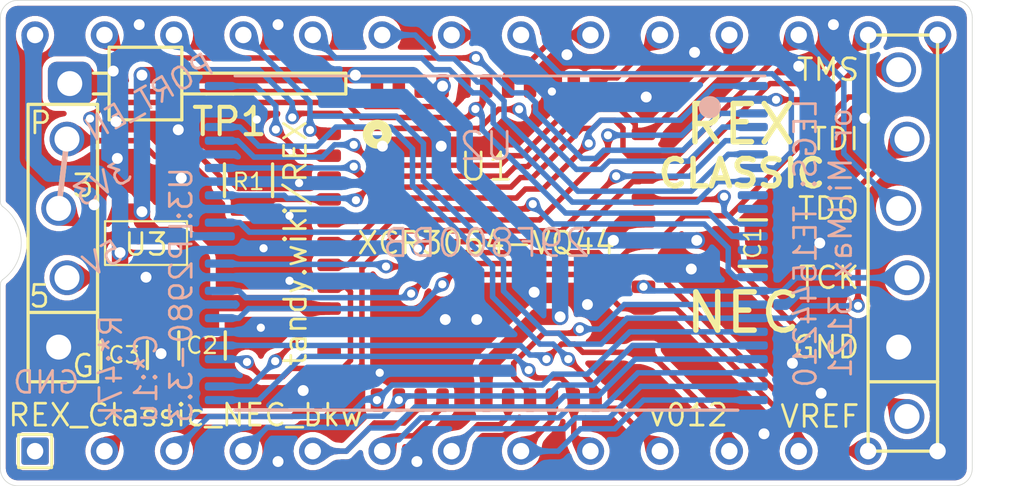
<source format=kicad_pcb>
(kicad_pcb (version 20240108) (generator "pcbnew") (generator_version "8.0")
  (title_block (title "REX_Classic_NEC_bkw") (date "2023-07-05") (rev "012") (company "Brian K. White - b.kenyon.w@gmail.com") (comment 1 "Based on REX NEC by Steve Adolph"))
  (layers (0 "F.Cu" signal "Top") (31 "B.Cu" signal "Bottom") (34 "B.Paste" user) (35 "F.Paste" user) (36 "B.SilkS" user "B.Silkscreen") (37 "F.SilkS" user "F.Silkscreen") (38 "B.Mask" user) (39 "F.Mask" user) (44 "Edge.Cuts" user))
  (net 0 "")
  (net 1 "GND")
  (net 2 "+3V3")
  (net 3 "/PORT_EN")
  (net 4 "/TP1")
  (net 6 "/A12")
  (net 7 "/A7")
  (net 8 "/A6")
  (net 9 "/A5")
  (net 10 "/A4")
  (net 11 "+5V")
  (net 12 "/A3")
  (net 13 "/A2")
  (net 14 "/A1")
  (net 15 "/A0")
  (net 16 "/D0")
  (net 17 "/D1")
  (net 18 "/D2")
  (net 19 "/D3")
  (net 20 "/D4")
  (net 21 "/D5{slash}TDO")
  (net 22 "/D6")
  (net 23 "/D7")
  (net 24 "/~{BUS_CS}")
  (net 25 "/A10")
  (net 26 "/~{BUS_OE}")
  (net 27 "/A11")
  (net 28 "/A9")
  (net 29 "/A8{slash}TDI")
  (net 30 "/A13")
  (net 31 "/A14")
  (net 32 "/A19{slash}TCK")
  (net 33 "/A15{slash}TMS")
  (net 34 "/A17")
  (net 36 "/A16")
  (net 37 "/RY{slash}~{BY}")
  (net 38 "/~{OE}")
  (net 39 "/~{CE}")
  (net 41 "/A18")
  (net 42 "/~{WE}")
  (footprint "000_LOCAL:C_0805" (layer "F.Cu") (at 156.968 99.187)
    (property "Reference" "C1")
    (property "Value" "1u")
  )
  (footprint "000_LOCAL:DIP-28_600_pcb_shallow_notch" (layer "F.Cu") (at 147.218 99.187 90)
    (property "Reference" "J1" (hide yes))
    (property "Value" "DIP28 legs 27C256")
    (fp_line (start 1.524 -17.78) (end 8.255 -17.78) (stroke (width 0.0254)) (layer "Edge.Cuts"))
    (fp_line (start -8.255 -17.78) (end -1.524 -17.78) (stroke (width 0.0254)) (layer "Edge.Cuts"))
    (fp_line (start 8.89 -17.145) (end 8.89 17.145) (stroke (width 0.0254)) (layer "Edge.Cuts"))
    (fp_line (start -8.89 17.145) (end -8.89 -17.145) (stroke (width 0.0254)) (layer "Edge.Cuts"))
    (fp_line (start 8.255 17.78) (end -8.255 17.78) (stroke (width 0.0254)) (layer "Edge.Cuts"))
    (fp_arc (start 8.255 -17.78) (mid 8.704013 -17.594013) (end 8.89 -17.145) (stroke (width 0.0254)) (layer "Edge.Cuts"))
    (fp_arc (start -1.524 -17.78) (mid -1.426799 -17.760665) (end -1.344395 -17.705605) (stroke (width 0.0254)) (layer "Edge.Cuts"))
    (fp_arc (start 1.344395 -17.705605) (mid 1.426798 -17.760665) (end 1.524 -17.78) (stroke (width 0.0254)) (layer "Edge.Cuts"))
    (fp_arc (start 1.344395 -17.705605) (mid 0 -17.015057) (end -1.344395 -17.705605) (stroke (width 0.0254)) (layer "Edge.Cuts"))
    (fp_arc (start -8.89 -17.145) (mid -8.704013 -17.594013) (end -8.255 -17.78) (stroke (width 0.0254)) (layer "Edge.Cuts"))
    (fp_arc (start 8.89 17.145) (mid 8.704013 17.594013) (end 8.255 17.78) (stroke (width 0.0254)) (layer "Edge.Cuts"))
    (fp_arc (start -8.255 17.78) (mid -8.704013 17.594013) (end -8.89 17.145) (stroke (width 0.0254)) (layer "Edge.Cuts"))
  )
  (footprint "000_LOCAL:1x6_pcb_socket" (layer "F.Cu") (at 162.458 99.187 90)
    (property "Reference" "J2")
    (property "Value" "JTAG" (hide yes))
  )
  (footprint "000_LOCAL:R_0805" (layer "F.Cu") (at 138.518 96.887 -90)
    (property "Reference" "R1")
    (property "Value" "47k")
  )
  (footprint "000_LOCAL:VQFP44" (layer "F.Cu") (at 147.218 99.187)
    (property "Reference" "U1")
    (property "Value" "XCR3064-VQ44" (hide yes))
  )
  (footprint "000_LOCAL:SOT-23-5" (layer "F.Cu") (at 134.768 99.187 90)
    (property "Reference" "U3")
    (property "Value" "LP2980-3.3" (hide yes))
  )
  (footprint "000_LOCAL:1x1_pin_h" (layer "F.Cu") (at 131.978 93.345)
    (property "Reference" "TP1")
    (property "Value" "PINHD-1X1")
  )
  (footprint "000_LOCAL:1x4_pcb_socket" (layer "F.Cu") (at 131.724 99.187 90)
    (property "Reference" "J3" (hide yes))
    (property "Value" "PRG")
  )
  (footprint "000_LOCAL:C_0805" (layer "F.Cu") (at 133.968 103.287 -90)
    (property "Reference" "C3")
    (property "Value" "1u")
  )
  (footprint "000_LOCAL:C_0805" (layer "F.Cu") (at 136.818 102.937 -90)
    (property "Reference" "C2")
    (property "Value" "1u")
  )
  (footprint "000_LOCAL:TSOP-48" (layer "B.Cu") (at 147.218 99.187 180)
    (property "Reference" "U2")
    (property "Value" "29F800BB")
  )
  (gr_line (start 131.5716 97.917) (end 131.8764 95.377) (stroke (width 0.2)) (layer "B.SilkS"))
  (gr_rect (start 130.0984 106.1974) (end 131.3176 107.4166) (stroke (width 0.1)) (fill none) (layer "F.SilkS"))
  (gr_line (start 131.5716 97.917) (end 131.8764 95.377) (stroke (width 0.2)) (layer "F.SilkS"))
  (gr_text "R*:${00000000-0000-0000-0000-00005e77bb7a:VALUE}\nC*:${00000000-0000-0000-0000-00005e77bb27:VALUE}\nU3:${00000000-0000-0000-0000-00005e77bc2d:VALUE}" (at 134.768 105.837 90) (layer "B.SilkS") (effects (font (size 0.8 0.8) (thickness 0.1)) (justify right mirror)))
  (gr_text "LEGS: TE1544210\nor MillMax 3121" (at 159.537 99.187 90) (layer "B.SilkS") (effects (font (size 0.8 0.8) (thickness 0.1)) (justify mirror)))
  (gr_text "5V" (at 132.518 100.137 30) (layer "B.SilkS") (effects (font (size 0.8 0.8) (thickness 0.1)) (justify right mirror)))
  (gr_text "3V3" (at 132.168 97.587 30) (layer "B.SilkS") (effects (font (size 0.8 0.8) (thickness 0.1)) (justify right mirror)))
  (gr_text "GND" (at 131.118 104.287 0) (layer "B.SilkS") (effects (font (size 0.8 0.8) (thickness 0.1)) (justify mirror)))
  (gr_text "PORT_EN" (at 132.568 95.187 30) (layer "B.SilkS") (effects (font (size 0.8 0.8) (thickness 0.1)) (justify right mirror)))
  (gr_text "5" (at 130.868 101.137 0) (layer "F.SilkS") (effects (font (size 0.8 0.8) (thickness 0.1))))
  (gr_text "TCK" (at 160.934 100.457 0) (layer "F.SilkS") (effects (font (size 0.8 0.8) (thickness 0.1)) (justify right)))
  (gr_text "TDO" (at 160.934 97.917 0) (layer "F.SilkS") (effects (font (size 0.8 0.8) (thickness 0.1)) (justify right)))
  (gr_text "GND" (at 160.934 102.997 0) (layer "F.SilkS") (effects (font (size 0.8 0.8) (thickness 0.1)) (justify right)))
  (gr_text "VREF" (at 160.934 105.537 0) (layer "F.SilkS") (effects (font (size 0.8 0.8) (thickness 0.1)) (justify right)))
  (gr_text "TMS" (at 160.934 92.837 0) (layer "F.SilkS") (effects (font (size 0.8 0.8) (thickness 0.1)) (justify right)))
  (gr_text "TDI" (at 160.934 95.377 0) (layer "F.SilkS") (effects (font (size 0.8 0.8) (thickness 0.1)) (justify right)))
  (gr_text "REX" (at 156.518 94.837 0) (layer "F.SilkS") (effects (font (size 1.4 1.4) (thickness 0.2) (bold yes))))
  (gr_text "P" (at 130.9112 94.787 0) (layer "F.SilkS") (effects (font (size 0.8 0.8) (thickness 0.1))))
  (gr_text "${TITLE}" (at 136.2198 105.487 0) (layer "F.SilkS") (effects (font (size 0.8 0.8) (thickness 0.1))))
  (gr_text "G" (at 132.468 103.687 0) (layer "F.SilkS") (effects (font (size 0.8 0.8) (thickness 0.1))))
  (gr_text "tandy.wiki/REX" (at 140.233 99.187 90) (layer "F.SilkS") (effects (font (size 0.8 0.8) (thickness 0.1))))
  (gr_text "3" (at 132.468 97.087 0) (layer "F.SilkS") (effects (font (size 0.8 0.8) (thickness 0.1))))
  (gr_text "v${REVISION}" (at 154.618 105.487 0) (layer "F.SilkS") (effects (font (size 0.8 0.8) (thickness 0.1))))
  (gr_text "CLASSIC" (at 156.568 96.637 0) (layer "F.SilkS") (effects (font (size 1 1) (thickness 0.2) (bold yes))))
  (gr_text "NEC" (at 156.618 101.737 0) (layer "F.SilkS") (effects (font (size 1.4 1.4) (thickness 0.2) (bold yes))))
  (via (at 157.378 106.172) (size 0.6) (drill 0.4) (layers "F.Cu" "B.Cu") (net 1))
  (via (at 158.418 103.587) (size 0.6) (drill 0.4) (layers "F.Cu" "B.Cu") (net 1))
  (via (at 132.868 97.787) (size 0.6) (drill 0.4) (layers "F.Cu" "B.Cu") (net 1))
  (via (at 133.668 94.737) (size 0.6) (drill 0.4) (layers "F.Cu" "B.Cu") (net 1))
  (via (at 148.968 100.987) (size 0.6) (drill 0.4) (layers "F.Cu" "B.Cu") (net 1))
  (via (at 139.598 107.188) (size 0.6) (drill 0.4) (layers "F.Cu" "B.Cu") (net 1))
  (via (at 159.418 99.187) (size 0.6) (drill 0.4) (layers "F.Cu" "B.Cu") (net 1))
  (via (at 159.918 91.186) (size 0.6) (drill 0.4) (layers "F.Cu" "B.Cu") (net 1))
  (via (at 143.418 95.637) (size 0.6) (drill 0.4) (layers "F.Cu" "B.Cu") (net 1))
  (via (at 138.968 102.287) (size 0.5) (drill 0.3) (layers "F.Cu" "B.Cu") (net 1))
  (via (at 135.318 103.237) (size 0.6) (drill 0.4) (layers "F.Cu" "B.Cu") (net 1))
  (via (at 144.678 107.188) (size 0.6) (drill 0.4) (layers "F.Cu" "B.Cu") (net 1))
  (via (at 161.061 94.615) (size 0.6) (drill 0.4) (layers "F.Cu" "B.Cu") (net 1))
  (via (at 133.568 92.887) (size 0.6) (drill 0.4) (layers "F.Cu" "B.Cu") (net 1))
  (via (at 134.768 100.437) (size 0.6) (drill 0.4) (layers "F.Cu" "B.Cu") (net 1))
  (via (at 139.598 91.186) (size 0.6) (drill 0.4) (layers "F.Cu" "B.Cu") (net 1))
  (via (at 158.648 92.71) (size 0.6) (drill 0.4) (layers "F.Cu" "B.Cu") (net 1))
  (via (at 133.718 96.087) (size 0.6) (drill 0.4) (layers "F.Cu" "B.Cu") (net 1))
  (via (at 135.948 95.037) (size 0.6) (drill 0.4) (layers "F.Cu" "B.Cu") (net 1))
  (via (at 143.318 103.937) (size 0.5) (drill 0.3) (layers "F.Cu" "B.Cu") (net 1))
  (via (at 138.818 94.662) (size 0.5) (drill 0.3) (layers "F.Cu" "B.Cu") (net 1))
  (via (at 134.518 91.186) (size 0.6) (drill 0.4) (layers "F.Cu" "B.Cu") (net 1))
  (via (at 146.868 101.987) (size 0.6) (drill 0.4) (layers "F.Cu" "B.Cu") (net 1))
  (via (at 140.518 104.587) (size 0.6) (drill 0.4) (layers "F.Cu" "B.Cu") (net 1))
  (via (at 150.168 92.287) (size 0.6) (drill 0.4) (layers "F.Cu" "B.Cu") (net 1))
  (via (at 150.918 101.437) (size 0.6) (drill 0.4) (layers "F.Cu" "B.Cu") (net 1))
  (via (at 149.618 93.637) (size 0.5) (drill 0.3) (layers "F.Cu" "B.Cu") (net 1))
  (via (at 140.018 98.187) (size 0.5) (drill 0.3) (layers "F.Cu" "B.Cu") (net 1))
  (via (at 154.838 92.202) (size 0.6) (drill 0.4) (layers "F.Cu" "B.Cu") (net 1))
  (via (at 139.068 99.377) (size 0.5) (drill 0.3) (layers "F.Cu" "B.Cu") (net 1))
  (via (at 145.568 95.637) (size 0.6) (drill 0.4) (layers "F.Cu" "B.Cu") (net 1))
  (via (at 140.368 96.987) (size 0.5) (drill 0.3) (layers "F.Cu" "B.Cu") (net 1))
  (via (at 145.718 101.987) (size 0.6) (drill 0.4) (layers "F.Cu" "B.Cu") (net 1))
  (via (at 140.018 100.567) (size 0.5) (drill 0.3) (layers "F.Cu" "B.Cu") (net 1))
  (via (at 153.068 93.837) (size 0.6) (drill 0.4) (layers "F.Cu" "B.Cu") (net 1))
  (via (at 159.468 104.687) (size 0.6) (drill 0.4) (layers "F.Cu" "B.Cu") (net 1))
  (via (at 154.718 100.137) (size 0.6) (drill 0.4) (layers "F.Cu" "B.Cu") (net 1))
  (via (at 136.058 96.807) (size 0.6) (drill 0.4) (layers "F.Cu" "B.Cu") (net 1))
  (segment (start 134.618 93.037) (end 142.428 93.037) (width 0.6) (layer "F.Cu") (net 2))
  (segment (start 156.368 100.087) (end 161.178 104.897) (width 0.2) (layer "F.Cu") (net 2))
  (segment (start 151.868 98.8292) (end 152.3102 98.387) (width 0.6) (layer "F.Cu") (net 2))
  (segment (start 134.618 98.037) (end 134.618 98.387) (width 0.6) (layer "F.Cu") (net 2))
  (segment (start 155.968 99.187) (end 155.868 99.087) (width 0.6) (layer "F.Cu") (net 2))
  (segment (start 147.218 104.937) (end 147.218 103.737) (width 0.4572) (layer "F.Cu") (net 2))
  (segment (start 149.068 101.887) (end 147.218 103.737) (width 0.6) (layer "F.Cu") (net 2))
  (segment (start 135.918 98.887) (end 136.818 99.787) (width 0.6) (layer "F.Cu") (net 2))
  (segment (start 141.468 101.587) (end 140.718 101.587) (width 0.4572) (layer "F.Cu") (net 2))
  (segment (start 161.9704 104.897) (end 162.6104 105.537) (width 0.2) (layer "F.Cu") (net 2))
  (segment (start 133.368 98.487) (end 133.822 98.033) (width 0.2) (layer "F.Cu") (net 2))
  (segment (start 133.922 98.037) (end 134.618 98.037) (width 0.6) (layer "F.Cu") (net 2))
  (segment (start 149.918 101.887) (end 149.068 101.887) (width 0.6) (layer "F.Cu") (net 2))
  (segment (start 131.5716 97.917) (end 132.1416 98.487) (width 0.2) (layer "F.Cu") (net 2))
  (segment (start 155.868 99.087) (end 154.918 99.087) (width 0.6) (layer "F.Cu") (net 2))
  (segment (start 152.968 98.387) (end 152.3102 98.387) (width 0.4572) (layer "F.Cu") (net 2))
  (segment (start 133.822 98.033) (end 133.822 97.937) (width 0.2) (layer "F.Cu") (net 2))
  (segment (start 134.618 98.387) (end 135.118 98.887) (width 0.6) (layer "F.Cu") (net 2))
  (segment (start 132.1416 98.487) (end 133.368 98.487) (width 0.2) (layer "F.Cu") (net 2))
  (segment (start 136.818 101.387) (end 140.518 101.387) (width 0.6) (layer "F.Cu") (net 2))
  (segment (start 155.968 99.187) (end 156.368 99.587) (width 0.2) (layer "F.Cu") (net 2))
  (segment (start 161.178 104.897) (end 161.9704 104.897) (width 0.2) (layer "F.Cu") (net 2))
  (segment (start 136.818 101.937) (end 136.818 101.387) (width 0.6) (layer "F.Cu") (net 2))
  (segment (start 135.118 98.887) (end 135.918 98.887) (width 0.6) (layer "F.Cu") (net 2))
  (segment (start 133.822 97.937) (end 133.922 98.037) (width 0.6) (layer "F.Cu") (net 2))
  (segment (start 151.868 99.087) (end 151.868 98.8292) (width 0.6) (layer "F.Cu") (net 2))
  (segment (start 136.818 99.787) (end 136.818 101.937) (width 0.6) (layer "F.Cu") (net 2))
  (segment (start 140.518 101.387) (end 140.718 101.587) (width 0.6) (layer "F.Cu") (net 2))
  (segment (start 156.368 99.587) (end 156.368 100.087) (width 0.2) (layer "F.Cu") (net 2))
  (via (at 142.428 93.037) (size 0.6) (drill 0.4) (layers "F.Cu" "B.Cu") (net 2))
  (via (at 134.618 93.037) (size 0.6) (drill 0.4) (layers "F.Cu" "B.Cu") (net 2))
  (via (at 134.618 98.037) (size 0.6) (drill 0.4) (layers "F.Cu" "B.Cu") (net 2))
  (via (at 154.918 99.087) (size 0.6) (drill 0.4) (layers "F.Cu" "B.Cu") (net 2))
  (via (at 151.868 99.087) (size 0.6) (drill 0.4) (layers "F.Cu" "B.Cu") (net 2))
  (via (at 149.918 101.887) (size 0.6) (drill 0.4) (layers "F.Cu" "B.Cu") (net 2))
  (via (at 145.618 93.437) (size 0.6) (drill 0.4) (layers "F.Cu" "B.Cu") (net 2))
  (segment (start 146.428 94.947) (end 145.268 93.787) (width 0.6) (layer "B.Cu") (net 2))
  (segment (start 154.918 99.087) (end 149.168 99.087) (width 0.6) (layer "B.Cu") (net 2))
  (segment (start 149.168 99.087) (end 146.428 96.347) (width 0.6) (layer "B.Cu") (net 2))
  (segment (start 149.918 99.087) (end 149.918 101.887) (width 0.6) (layer "B.Cu") (net 2))
  (segment (start 146.428 96.347) (end 146.428 94.947) (width 0.6) (layer "B.Cu") (net 2))
  (segment (start 134.618 98.037) (end 134.618 93.037) (width 0.6) (layer "B.Cu") (net 2))
  (segment (start 145.268 93.787) (end 145.618 93.437) (width 0.6) (layer "B.Cu") (net 2))
  (segment (start 144.518 93.037) (end 145.268 93.787) (width 0.6) (layer "B.Cu") (net 2))
  (segment (start 142.428 93.037) (end 144.518 93.037) (width 0.6) (layer "B.Cu") (net 2))
  (segment (start 138.268 97.587) (end 138.518 97.837) (width 0.2) (layer "F.Cu") (net 3))
  (segment (start 137.468 96.737) (end 137.468 97.087) (width 0.2) (layer "F.Cu") (net 3))
  (segment (start 137.468 97.087) (end 137.968 97.587) (width 0.2) (layer "F.Cu") (net 3))
  (segment (start 136.743 96.012) (end 137.468 96.737) (width 0.2) (layer "F.Cu") (net 3))
  (segment (start 135.103 96.012) (end 136.743 96.012) (width 0.2) (layer "F.Cu") (net 3))
  (segment (start 134.528 95.437) (end 135.103 96.012) (width 0.2) (layer "F.Cu") (net 3))
  (segment (start 131.9364 95.437) (end 134.528 95.437) (width 0.2) (layer "F.Cu") (net 3))
  (segment (start 137.968 97.587) (end 138.268 97.587) (width 0.2) (layer "F.Cu") (net 3))
  (segment (start 138.768 97.587) (end 141.468 97.587) (width 0.2) (layer "F.Cu") (net 3))
  (segment (start 138.518 97.837) (end 138.768 97.587) (width 0.2) (layer "F.Cu") (net 3))
  (segment (start 131.8764 95.377) (end 131.9364 95.437) (width 0.2) (layer "F.Cu") (net 3))
  (segment (start 146.3036 93.9038) (end 146.0204 94.187) (width 0.2) (layer "F.Cu") (net 4))
  (segment (start 146.3036 93.5514) (end 146.3036 93.9038) (width 0.2) (layer "F.Cu") (net 4))
  (segment (start 142.818 94.187) (end 142.268 93.637) (width 0.2) (layer "F.Cu") (net 4))
  (segment (start 142.268 93.637) (end 132.27 93.637) (width 0.2) (layer "F.Cu") (net 4))
  (segment (start 132.27 93.637) (end 131.978 93.345) (width 0.2) (layer "F.Cu") (net 4))
  (segment (start 146.0204 94.187) (end 142.818 94.187) (width 0.2) (layer "F.Cu") (net 4))
  (segment (start 146.418 93.437) (end 146.3036 93.5514) (width 0.2) (layer "F.Cu") (net 4))
  (segment (start 140.268 105.387) (end 140.118 105.537) (width 0.2) (layer "F.Cu") (net 6))
  (segment (start 144.038 98.737) (end 142.668 100.107) (width 0.2) (layer "F.Cu") (net 6))
  (segment (start 142.668 100.107) (end 142.668 103.637) (width 0.2) (layer "F.Cu") (net 6))
  (segment (start 151.968 96.737) (end 149.968 98.737) (width 0.2) (layer "F.Cu") (net 6))
  (segment (start 140.118 105.537) (end 134.518 105.537) (width 0.2) (layer "F.Cu") (net 6))
  (segment (start 149.968 98.737) (end 144.038 98.737) (width 0.2) (layer "F.Cu") (net 6))
  (segment (start 134.518 105.537) (end 133.248 106.807) (width 0.2) (layer "F.Cu") (net 6))
  (segment (start 142.668 103.637) (end 140.918 105.387) (width 0.2) (layer "F.Cu") (net 6))
  (segment (start 140.918 105.387) (end 140.268 105.387) (width 0.2) (layer "F.Cu") (net 6))
  (via (at 151.968 96.737) (size 0.5) (drill 0.3) (layers "F.Cu" "B.Cu") (net 6))
  (segment (start 154.668 96.737) (end 155.968 95.437) (width 0.2) (layer "B.Cu") (net 6))
  (segment (start 155.968 95.437) (end 156.968 95.437) (width 0.2) (layer "B.Cu") (net 6))
  (segment (start 151.968 96.737) (end 154.668 96.737) (width 0.2) (layer "B.Cu") (net 6))
  (via (at 143.218 104.937) (size 0.5) (drill 0.3) (layers "F.Cu" "B.Cu") (net 7))
  (segment (start 150.918 103.987) (end 152.468 102.437) (width 0.2) (layer "B.Cu") (net 7))
  (segment (start 142.168 105.537) (end 142.768 104.937) (width 0.2) (layer "B.Cu") (net 7))
  (segment (start 135.788 106.807) (end 137.058 105.537) (width 0.2) (layer "B.Cu") (net 7))
  (segment (start 143.768 104.387) (end 149.268 104.387) (width 0.2) (layer "B.Cu") (net 7))
  (segment (start 142.768 104.937) (end 143.218 104.937) (width 0.2) (layer "B.Cu") (net 7))
  (segment (start 137.058 105.537) (end 142.168 105.537) (width 0.2) (layer "B.Cu") (net 7))
  (segment (start 149.268 104.387) (end 149.668 103.987) (width 0.2) (layer "B.Cu") (net 7))
  (segment (start 149.668 103.987) (end 150.918 103.987) (width 0.2) (layer "B.Cu") (net 7))
  (segment (start 152.468 102.437) (end 156.968 102.437) (width 0.2) (layer "B.Cu") (net 7))
  (segment (start 143.218 104.937) (end 143.768 104.387) (width 0.2) (layer "B.Cu") (net 7))
  (via (at 144.018 104.937) (size 0.5) (drill 0.3) (layers "F.Cu" "B.Cu") (net 8))
  (segment (start 144.168 104.787) (end 149.468 104.787) (width 0.2) (layer "B.Cu") (net 8))
  (segment (start 144.018 104.937) (end 143.428 105.527) (width 0.2) (layer "B.Cu") (net 8))
  (segment (start 149.468 104.787) (end 149.868 104.387) (width 0.2) (layer "B.Cu") (net 8))
  (segment (start 142.368 105.937) (end 139.198 105.937) (width 0.2) (layer "B.Cu") (net 8))
  (segment (start 152.568 102.937) (end 156.968 102.937) (width 0.2) (layer "B.Cu") (net 8))
  (segment (start 143.428 105.527) (end 142.778 105.527) (width 0.2) (layer "B.Cu") (net 8))
  (segment (start 142.778 105.527) (end 142.368 105.937) (width 0.2) (layer "B.Cu") (net 8))
  (segment (start 144.018 104.937) (end 144.168 104.787) (width 0.2) (layer "B.Cu") (net 8))
  (segment (start 149.868 104.387) (end 151.118 104.387) (width 0.2) (layer "B.Cu") (net 8))
  (segment (start 139.198 105.937) (end 138.328 106.807) (width 0.2) (layer "B.Cu") (net 8))
  (segment (start 151.118 104.387) (end 152.568 102.937) (width 0.2) (layer "B.Cu") (net 8))
  (segment (start 140.868 106.807) (end 142.098 106.807) (width 0.2) (layer "F.Cu") (net 9))
  (segment (start 144.2126 105.777) (end 144.818 105.1716) (width 0.2) (layer "F.Cu") (net 9))
  (segment (start 144.818 105.1716) (end 144.818 104.937) (width 0.2) (layer "F.Cu") (net 9))
  (segment (start 143.128 105.777) (end 144.2126 105.777) (width 0.2) (layer "F.Cu") (net 9))
  (segment (start 142.098 106.807) (end 143.128 105.777) (width 0.2) (layer "F.Cu") (net 9))
  (segment (start 152.668 103.437) (end 156.968 103.437) (width 0.2) (layer "B.Cu") (net 9))
  (segment (start 140.868 106.807) (end 142.098 106.807) (width 0.2) (layer "B.Cu") (net 9))
  (segment (start 149.668 105.187) (end 150.068 104.787) (width 0.2) (layer "B.Cu") (net 9))
  (segment (start 150.068 104.787) (end 151.318 104.787) (width 0.2) (layer "B.Cu") (net 9))
  (segment (start 151.318 104.787) (end 152.668 103.437) (width 0.2) (layer "B.Cu") (net 9))
  (segment (start 144.618 105.187) (end 149.668 105.187) (width 0.2) (layer "B.Cu") (net 9))
  (segment (start 142.948 105.957) (end 143.848 105.957) (width 0.2) (layer "B.Cu") (net 9))
  (segment (start 142.098 106.807) (end 142.948 105.957) (width 0.2) (layer "B.Cu") (net 9))
  (segment (start 143.848 105.957) (end 144.618 105.187) (width 0.2) (layer "B.Cu") (net 9))
  (segment (start 144.558 106.247) (end 145.478 105.327) (width 0.2) (layer "F.Cu") (net 10))
  (segment (start 145.478 105.327) (end 145.478 105.077) (width 0.2) (layer "F.Cu") (net 10))
  (segment (start 143.968 106.247) (end 144.558 106.247) (width 0.2) (layer "F.Cu") (net 10))
  (segment (start 143.408 106.807) (end 143.968 106.247) (width 0.2) (layer "F.Cu") (net 10))
  (segment (start 145.478 105.077) (end 145.618 104.937) (width 0.2) (layer "F.Cu") (net 10))
  (segment (start 149.868 105.587) (end 150.268 105.187) (width 0.2) (layer "B.Cu") (net 10))
  (segment (start 150.268 105.187) (end 151.518 105.187) (width 0.2) (layer "B.Cu") (net 10))
  (segment (start 144.018 106.387) (end 144.818 105.587) (width 0.2) (layer "B.Cu") (net 10))
  (segment (start 152.768 103.937) (end 156.968 103.937) (width 0.2) (layer "B.Cu") (net 10))
  (segment (start 151.518 105.187) (end 152.768 103.937) (width 0.2) (layer "B.Cu") (net 10))
  (segment (start 144.818 105.587) (end 149.868 105.587) (width 0.2) (layer "B.Cu") (net 10))
  (segment (start 143.828 106.387) (end 144.018 106.387) (width 0.2) (layer "B.Cu") (net 10))
  (segment (start 143.408 106.807) (end 143.828 106.387) (width 0.2) (layer "B.Cu") (net 10))
  (segment (start 146.818 94.277) (end 146.508 94.587) (width 0.2) (layer "F.Cu") (net 11))
  (segment (start 147.118 93.977) (end 147.118 93.537) (width 0.2) (layer "F.Cu") (net 11))
  (segment (start 147.118 93.537) (end 147.218 93.437) (width 0.2) (layer "F.Cu") (net 11))
  (segment (start 135.418 99.537) (end 135.718 99.837) (width 0.2) (layer "F.Cu") (net 11))
  (segment (start 146.818 94.277) (end 147.118 93.977) (width 0.2) (layer "F.Cu") (net 11))
  (segment (start 133.818 102.137) (end 133.968 102.287) (width 0.6) (layer "F.Cu") (net 11))
  (segment (start 142.08725 94.037) (end 133.308 94.037) (width 0.2) (layer "F.Cu") (net 11))
  (segment (start 133.818 99.537) (end 135.418 99.537) (width 0.2) (layer "F.Cu") (net 11))
  (segment (start 133.802 100.457) (end 131.8764 100.457) (width 0.2) (layer "F.Cu") (net 11))
  (segment (start 142.63725 94.587) (end 142.08725 94.037) (width 0.2) (layer "F.Cu") (net 11))
  (segment (start 146.508 94.587) (end 142.63725 94.587) (width 0.2) (layer "F.Cu") (net 11))
  (segment (start 133.818 100.437) (end 133.818 102.137) (width 0.6) (layer "F.Cu") (net 11))
  (segment (start 133.818 99.537) (end 133.818 100.437) (width 0.6) (layer "F.Cu") (net 11))
  (segment (start 135.718 99.837) (end 135.718 100.437) (width 0.2) (layer "F.Cu") (net 11))
  (segment (start 133.308 94.037) (end 132.718 94.627) (width 0.2) (layer "F.Cu") (net 11))
  (via (at 146.818 94.277) (size 0.5) (drill 0.3) (layers "F.Cu" "B.Cu") (net 11))
  (via (at 133.818 99.537) (size 0.6) (drill 0.4) (layers "F.Cu" "B.Cu") (net 11))
  (via (at 132.718 94.627) (size 0.5) (drill 0.3) (layers "F.Cu" "B.Cu") (net 11))
  (segment (start 147.068 94.527) (end 147.068 95.037) (width 0.2) (layer "B.Cu") (net 11))
  (segment (start 133.818 97.437) (end 133.0276 96.6466) (width 0.6) (layer "B.Cu") (net 11))
  (segment (start 155.368 98.087) (end 156.218 98.937) (width 0.2) (layer "B.Cu") (net 11))
  (segment (start 130.648 96.057) (end 130.648 91.627) (width 0.6) (layer "B.Cu") (net 11))
  (segment (start 132.718 94.627) (end 132.828 94.737) (width 0.2) (layer "B.Cu") (net 11))
  (segment (start 132.828 94.737) (end 132.828 96.647) (width 0.2) (layer "B.Cu") (net 11))
  (segment (start 136.042 98.933) (end 133.818 98.933) (width 0.6) (layer "B.Cu") (net 11))
  (segment (start 136.042 98.933) (end 136.046 98.937) (width 0.3) (layer "B.Cu") (net 11))
  (segment (start 133.818 99.537) (end 133.818 98.933) (width 0.6) (layer "B.Cu") (net 11))
  (segment (start 130.648 91.627) (end 130.708 91.567) (width 0.6) (layer "B.Cu") (net 11))
  (segment (start 147.068 95.037) (end 150.118 98.087) (width 0.2) (layer "B.Cu") (net 11))
  (segment (start 150.118 98.087) (end 155.368 98.087) (width 0.2) (layer "B.Cu") (net 11))
  (segment (start 131.2376 96.6466) (end 130.648 96.057) (width 0.6) (layer "B.Cu") (net 11))
  (segment (start 136.046 98.937) (end 137.468 98.937) (width 0.3) (layer "B.Cu") (net 11))
  (segment (start 133.818 98.933) (end 133.818 97.437) (width 0.6) (layer "B.Cu") (net 11))
  (segment (start 156.218 98.937) (end 156.968 98.937) (width 0.2) (layer "B.Cu") (net 11))
  (segment (start 133.0276 96.6466) (end 131.2376 96.6466) (width 0.6) (layer "B.Cu") (net 11))
  (segment (start 146.818 94.277) (end 147.068 94.527) (width 0.2) (layer "B.Cu") (net 11))
  (segment (start 148.018 105.537) (end 148.018 104.937) (width 0.2) (layer "F.Cu") (net 12))
  (segment (start 147.718 105.837) (end 148.018 105.537) (width 0.2) (layer "F.Cu") (net 12))
  (segment (start 146.918 105.837) (end 147.718 105.837) (width 0.2) (layer "F.Cu") (net 12))
  (segment (start 145.948 106.807) (end 146.918 105.837) (width 0.2) (layer "F.Cu") (net 12))
  (segment (start 150.068 105.987) (end 150.468 105.587) (width 0.2) (layer "B.Cu") (net 12))
  (segment (start 145.948 106.807) (end 146.768 105.987) (width 0.2) (layer "B.Cu") (net 12))
  (segment (start 150.468 105.587) (end 151.718 105.587) (width 0.2) (layer "B.Cu") (net 12))
  (segment (start 146.768 105.987) (end 150.068 105.987) (width 0.2) (layer "B.Cu") (net 12))
  (segment (start 151.718 105.587) (end 152.868 104.437) (width 0.2) (layer "B.Cu") (net 12))
  (segment (start 152.868 104.437) (end 156.968 104.437) (width 0.2) (layer "B.Cu") (net 12))
  (segment (start 149.618 105.677) (end 149.618 104.937) (width 0.2) (layer "F.Cu") (net 13))
  (segment (start 148.488 106.807) (end 149.618 105.677) (width 0.2) (layer "F.Cu") (net 13))
  (segment (start 152.968 104.937) (end 156.968 104.937) (width 0.2) (layer "B.Cu") (net 13))
  (segment (start 149.848 106.807) (end 150.668 105.987) (width 0.2) (layer "B.Cu") (net 13))
  (segment (start 148.488 106.807) (end 149.848 106.807) (width 0.2) (layer "B.Cu") (net 13))
  (segment (start 150.668 105.987) (end 151.918 105.987) (width 0.2) (layer "B.Cu") (net 13))
  (segment (start 151.918 105.987) (end 152.968 104.937) (width 0.2) (layer "B.Cu") (net 13))
  (segment (start 150.418 106.197) (end 150.418 104.937) (width 0.2) (layer "F.Cu") (net 14))
  (segment (start 150.278 104.447) (end 150.278 104.797) (width 0.2) (layer "F.Cu") (net 14))
  (segment (start 149.958 104.127) (end 150.278 104.447) (width 0.2) (layer "F.Cu") (net 14))
  (segment (start 150.278 104.797) (end 150.418 104.937) (width 0.2) (layer "F.Cu") (net 14))
  (segment (start 148.768 103.837) (end 149.058 104.127) (width 0.2) (layer "F.Cu") (net 14))
  (segment (start 151.028 106.807) (end 150.418 106.197) (width 0.2) (layer "F.Cu") (net 14))
  (segment (start 149.058 104.127) (end 149.958 104.127) (width 0.2) (layer "F.Cu") (net 14))
  (via (at 148.768 103.837) (size 0.5) (drill 0.3) (layers "F.Cu" "B.Cu") (net 14))
  (segment (start 148.268 103.337) (end 140.493 103.337) (width 0.2) (layer "B.Cu") (net 14))
  (segment (start 140.493 103.337) (end 138.893 104.937) (width 0.2) (layer "B.Cu") (net 14))
  (segment (start 148.768 103.837) (end 148.268 103.337) (width 0.2) (layer "B.Cu") (net 14))
  (segment (start 138.893 104.937) (end 137.468 104.937) (width 0.2) (layer "B.Cu") (net 14))
  (segment (start 151.078 104.297) (end 151.078 104.797) (width 0.2) (layer "F.Cu") (net 15))
  (segment (start 151.218 105.237) (end 151.218 104.937) (width 0.2) (layer "F.Cu") (net 15))
  (segment (start 151.078 104.797) (end 151.218 104.937) (width 0.2) (layer "F.Cu") (net 15))
  (segment (start 150.218 103.437) (end 151.078 104.297) (width 0.2) (layer "F.Cu") (net 15))
  (segment (start 151.998 105.237) (end 151.218 105.237) (width 0.2) (layer "F.Cu") (net 15))
  (segment (start 153.568 106.807) (end 151.998 105.237) (width 0.2) (layer "F.Cu") (net 15))
  (via (at 150.218 103.437) (size 0.5) (drill 0.3) (layers "F.Cu" "B.Cu") (net 15))
  (segment (start 141.718 94.937) (end 141.018 95.637) (width 0.2) (layer "B.Cu") (net 15))
  (segment (start 144.518 95.737) (end 143.718 94.937) (width 0.2) (layer "B.Cu") (net 15))
  (segment (start 138.198 94.937) (end 137.468 94.937) (width 0.2) (layer "B.Cu") (net 15))
  (segment (start 147.448 100.017) (end 144.518 97.087) (width 0.2) (layer "B.Cu") (net 15))
  (segment (start 138.898 95.637) (end 138.198 94.937) (width 0.2) (layer "B.Cu") (net 15))
  (segment (start 150.218 103.437) (end 149.668 102.887) (width 0.2) (layer "B.Cu") (net 15))
  (segment (start 149.178 102.887) (end 147.448 101.157) (width 0.2) (layer "B.Cu") (net 15))
  (segment (start 143.718 94.937) (end 141.718 94.937) (width 0.2) (layer "B.Cu") (net 15))
  (segment (start 149.668 102.887) (end 149.178 102.887) (width 0.2) (layer "B.Cu") (net 15))
  (segment (start 144.518 97.087) (end 144.518 95.737) (width 0.2) (layer "B.Cu") (net 15))
  (segment (start 147.448 101.157) (end 147.448 100.017) (width 0.2) (layer "B.Cu") (net 15))
  (segment (start 141.018 95.637) (end 138.898 95.637) (width 0.2) (layer "B.Cu") (net 15))
  (segment (start 156.108 106.807) (end 156.108 106.1208) (width 0.2) (layer "F.Cu") (net 16))
  (segment (start 149.968 102.887) (end 150.448 102.887) (width 0.2) (layer "F.Cu") (net 16))
  (segment (start 150.748 103.187) (end 152.968 103.187) (width 0.2) (layer "F.Cu") (net 16))
  (segment (start 156.108 106.1208) (end 153.1742 103.187) (width 0.2) (layer "F.Cu") (net 16))
  (segment (start 153.1742 103.187) (end 152.968 103.187) (width 0.2) (layer "F.Cu") (net 16))
  (segment (start 149.418 103.437) (end 149.968 102.887) (width 0.2) (layer "F.Cu") (net 16))
  (segment (start 150.448 102.887) (end 150.748 103.187) (width 0.2) (layer "F.Cu") (net 16))
  (via (at 149.418 103.437) (size 0.5) (drill 0.3) (layers "F.Cu" "B.Cu") (net 16))
  (segment (start 149.418 103.437) (end 149.268 103.287) (width 0.2) (layer "B.Cu") (net 16))
  (segment (start 148.818 103.287) (end 148.468 102.937) (width 0.2) (layer "B.Cu") (net 16))
  (segment (start 148.468 102.937) (end 137.468 102.937) (width 0.2) (layer "B.Cu") (net 16))
  (segment (start 149.268 103.287) (end 148.818 103.287) (width 0.2) (layer "B.Cu") (net 16))
  (segment (start 158.648 106.807) (end 158.648 106.067) (width 0.2) (layer "F.Cu") (net 17))
  (segment (start 150.918 100.337) (end 152.168 101.587) (width 0.2) (layer "F.Cu") (net 17))
  (segment (start 154.168 101.587) (end 152.968 101.587) (width 0.2) (layer "F.Cu") (net 17))
  (segment (start 158.648 106.067) (end 154.168 101.587) (width 0.2) (layer "F.Cu") (net 17))
  (segment (start 152.168 101.587) (end 152.968 101.587) (width 0.2) (layer "F.Cu") (net 17))
  (segment (start 145.968 100.337) (end 150.918 100.337) (width 0.2) (layer "F.Cu") (net 17))
  (segment (start 145.608 100.697) (end 145.968 100.337) (width 0.2) (layer "F.Cu") (net 17))
  (via (at 145.608 100.697) (size 0.5) (drill 0.3) (layers "F.Cu" "B.Cu") (net 17))
  (segment (start 145.608 100.697) (end 144.718 101.587) (width 0.2) (layer "B.Cu") (net 17))
  (segment (start 138.518 101.587) (end 138.168 101.937) (width 0.2) (layer "B.Cu") (net 17))
  (segment (start 138.168 101.937) (end 137.468 101.937) (width 0.2) (layer "B.Cu") (net 17))
  (segment (start 144.718 101.587) (end 138.518 101.587) (width 0.2) (layer "B.Cu") (net 17))
  (segment (start 153.818 100.287) (end 153.518 99.987) (width 0.2) (layer "F.Cu") (net 18))
  (segment (start 144.468 101.017) (end 145.548 99.937) (width 0.2) (layer "F.Cu") (net 18))
  (segment (start 152.818 100.137) (end 152.968 99.987) (width 0.2) (layer "F.Cu") (net 18))
  (segment (start 144.468 101.037) (end 144.468 101.017) (width 0.2) (layer "F.Cu") (net 18))
  (segment (start 145.548 99.937) (end 151.118 99.937) (width 0.2) (layer "F.Cu") (net 18))
  (segment (start 153.518 99.987) (end 152.968 99.987) (width 0.2) (layer "F.Cu") (net 18))
  (segment (start 161.188 106.807) (end 159.988 106.807) (width 0.2) (layer "F.Cu") (net 18))
  (segment (start 151.118 99.937) (end 151.318 100.137) (width 0.2) (layer "F.Cu") (net 18))
  (segment (start 151.318 100.137) (end 152.818 100.137) (width 0.2) (layer "F.Cu") (net 18))
  (segment (start 153.818 100.637) (end 153.818 100.287) (width 0.2) (layer "F.Cu") (net 18))
  (segment (start 159.988 106.807) (end 153.818 100.637) (width 0.2) (layer "F.Cu") (net 18))
  (via (at 144.468 101.037) (size 0.5) (drill 0.3) (layers "F.Cu" "B.Cu") (net 18))
  (segment (start 144.468 101.037) (end 144.318 101.187) (width 0.2) (layer "B.Cu") (net 18))
  (segment (start 144.318 101.187) (end 138.418 101.187) (width 0.2) (layer "B.Cu") (net 18))
  (segment (start 138.418 101.187) (end 138.168 100.937) (width 0.2) (layer "B.Cu") (net 18))
  (segment (start 138.168 100.937) (end 137.468 100.937) (width 0.2) (layer "B.Cu") (net 18))
  (segment (start 163.728 92.827) (end 162.718 93.837) (width 0.2) (layer "F.Cu") (net 19))
  (segment (start 160.468 93.837) (end 156.118 98.187) (width 0.2) (layer "F.Cu") (net 19))
  (segment (start 154.458 98.187) (end 153.598 99.047) (width 0.2) (layer "F.Cu") (net 19))
  (segment (start 144.848 100.047) (end 145.358 99.537) (width 0.2) (layer "F.Cu") (net 19))
  (segment (start 145.358 99.537) (end 151.3105 99.537) (width 0.2) (layer "F.Cu") (net 19))
  (segment (start 152.818 99.337) (end 152.968 99.187) (width 0.2) (layer "F.Cu") (net 19))
  (segment (start 152.518 99.337) (end 152.818 99.337) (width 0.2) (layer "F.Cu") (net 19))
  (segment (start 163.728 91.567) (end 163.728 92.827) (width 0.2) (layer "F.Cu") (net 19))
  (segment (start 153.598 99.047) (end 153.108 99.047) (width 0.2) (layer "F.Cu") (net 19))
  (segment (start 143.548 100.047) (end 144.848 100.047) (width 0.2) (layer "F.Cu") (net 19))
  (segment (start 162.718 93.837) (end 160.468 93.837) (width 0.2) (layer "F.Cu") (net 19))
  (segment (start 151.5105 99.737) (end 152.118 99.737) (width 0.2) (layer "F.Cu") (net 19))
  (segment (start 156.118 98.187) (end 154.458 98.187) (width 0.2) (layer "F.Cu") (net 19))
  (segment (start 152.118 99.737) (end 152.518 99.337) (width 0.2) (layer "F.Cu") (net 19))
  (segment (start 153.108 99.047) (end 152.968 99.187) (width 0.2) (layer "F.Cu") (net 19))
  (segment (start 151.3105 99.537) (end 151.5105 99.737) (width 0.2) (layer "F.Cu") (net 19))
  (via (at 143.548 100.047) (size 0.5) (drill 0.3) (layers "F.Cu" "B.Cu") (net 19))
  (segment (start 137.498 99.967) (end 137.468 99.937) (width 0.2) (layer "B.Cu") (net 19))
  (segment (start 143.548 100.047) (end 143.468 99.967) (width 0.2) (layer "B.Cu") (net 19))
  (segment (start 143.468 99.967) (end 137.498 99.967) (width 0.2) (layer "B.Cu") (net 19))
  (segment (start 157.6 93.345) (end 154.158 96.787) (width 0.2) (layer "F.Cu") (net 20))
  (segment (start 144.968 99.137) (end 150.368 99.137) (width 0.2) (layer "F.Cu") (net 20))
  (segment (start 161.188 91.567) (end 159.41 93.345) (width 0.2) (layer "F.Cu") (net 20))
  (segment (start 144.718 99.387) (end 144.968 99.137) (width 0.2) (layer "F.Cu") (net 20))
  (segment (start 154.158 96.787) (end 152.968 96.787) (width 0.2) (layer "F.Cu") (net 20))
  (segment (start 152.568 96.937) (end 152.818 96.937) (width 0.2) (layer "F.Cu") (net 20))
  (segment (start 159.41 93.345) (end 157.6 93.345) (width 0.2) (layer "F.Cu") (net 20))
  (segment (start 150.368 99.137) (end 152.568 96.937) (width 0.2) (layer "F.Cu") (net 20))
  (segment (start 152.818 96.937) (end 152.968 96.787) (width 0.2) (layer "F.Cu") (net 20))
  (via (at 144.718 99.387) (size 0.5) (drill 0.3) (layers "F.Cu" "B.Cu") (net 20))
  (segment (start 138.2007 98.437) (end 137.468 98.437) (width 0.2) (layer "B.Cu") (net 20))
  (segment (start 144.118 98.787) (end 138.5507 98.787) (width 0.2) (layer "B.Cu") (net 20))
  (segment (start 138.5507 98.787) (end 138.2007 98.437) (width 0.2) (layer "B.Cu") (net 20))
  (segment (start 144.718 99.387) (end 144.118 98.787) (width 0.2) (layer "B.Cu") (net 20))
  (segment (start 151.118 94.987) (end 151.418 94.687) (width 0.2) (layer "F.Cu") (net 21))
  (segment (start 152.418 95.987) (end 152.968 95.987) (width 0.2) (layer "F.Cu") (net 21))
  (segment (start 151.918 94.687) (end 152.218 94.987) (width 0.2) (layer "F.Cu") (net 21))
  (segment (start 148.468 96.787) (end 148.918 96.787) (width 0.2) (layer "F.Cu") (net 21))
  (segment (start 154.228 95.987) (end 152.968 95.987) (width 0.2) (layer "F.Cu") (net 21))
  (segment (start 150.718 94.987) (end 151.118 94.987) (width 0.2) (layer "F.Cu") (net 21))
  (segment (start 158.648 91.567) (end 154.228 95.987) (width 0.2) (layer "F.Cu") (net 21))
  (segment (start 148.918 96.787) (end 150.718 94.987) (width 0.2) (layer "F.Cu") (net 21))
  (segment (start 152.218 95.787) (end 152.418 95.987) (width 0.2) (layer "F.Cu") (net 21))
  (segment (start 152.218 94.987) (end 152.218 95.787) (width 0.2) (layer "F.Cu") (net 21))
  (segment (start 148.118 97.137) (end 148.468 96.787) (width 0.2) (layer "F.Cu") (net 21))
  (segment (start 142.928 97.137) (end 148.118 97.137) (width 0.2) (layer "F.Cu") (net 21))
  (segment (start 142.448 97.617) (end 142.928 97.137) (width 0.2) (layer "F.Cu") (net 21))
  (segment (start 151.418 94.687) (end 151.918 94.687) (width 0.2) (layer "F.Cu") (net 21))
  (via (at 142.448 97.617) (size 0.5) (drill 0.3) (layers "F.Cu" "B.Cu") (net 21))
  (segment (start 160.298 93.217) (end 158.648 91.567) (width 0.2) (layer "B.Cu") (net 21))
  (segment (start 162.3056 97.917) (end 160.298 95.9094) (width 0.2) (layer "B.Cu") (net 21))
  (segment (start 142.378 97.547) (end 139.928 97.547) (width 0.2) (layer "B.Cu") (net 21))
  (segment (start 142.448 97.617) (end 142.378 97.547) (width 0.2) (layer "B.Cu") (net 21))
  (segment (start 160.298 95.9094) (end 160.298 93.217) (width 0.2) (layer "B.Cu") (net 21))
  (segment (start 139.818 97.437) (end 137.468 97.437) (width 0.2) (layer "B.Cu") (net 21))
  (segment (start 139.928 97.547) (end 139.818 97.437) (width 0.2) (layer "B.Cu") (net 21))
  (segment (start 153.168 95.187) (end 152.968 95.187) (width 0.2) (layer "F.Cu") (net 22))
  (segment (start 148.268 96.387) (end 148.718 96.387) (width 0.2) (layer "F.Cu") (net 22))
  (segment (start 152.668 94.837) (end 152.668 95.187) (width 0.2) (layer "F.Cu") (net 22))
  (segment (start 148.718 96.387) (end 150.518 94.587) (width 0.2) (layer "F.Cu") (net 22))
  (segment (start 152.668 95.187) (end 152.968 95.187) (width 0.2) (layer "F.Cu") (net 22))
  (segment (start 150.952314 94.587) (end 151.252314 94.287) (width 0.2) (layer "F.Cu") (net 22))
  (segment (start 142.368 96.387) (end 142.718 96.737) (width 0.2) (layer "F.Cu") (net 22))
  (segment (start 147.918 96.737) (end 148.268 96.387) (width 0.2) (layer "F.Cu") (net 22))
  (segment (start 152.118 94.287) (end 152.668 94.837) (width 0.2) (layer "F.Cu") (net 22))
  (segment (start 142.718 96.737) (end 147.918 96.737) (width 0.2) (layer "F.Cu") (net 22))
  (segment (start 150.518 94.587) (end 150.952314 94.587) (width 0.2) (layer "F.Cu") (net 22))
  (segment (start 151.252314 94.287) (end 152.118 94.287) (width 0.2) (layer "F.Cu") (net 22))
  (segment (start 156.108 91.567) (end 156.108 92.247) (width 0.2) (layer "F.Cu") (net 22))
  (segment (start 156.108 92.247) (end 153.168 95.187) (width 0.2) (layer "F.Cu") (net 22))
  (via (at 142.368 96.387) (size 0.5) (drill 0.3) (layers "F.Cu" "B.Cu") (net 22))
  (segment (start 142.318 96.437) (end 137.468 96.437) (width 0.2) (layer "B.Cu") (net 22))
  (segment (start 142.368 96.387) (end 142.318 96.437) (width 0.2) (layer "B.Cu") (net 22))
  (segment (start 151.218 93.437) (end 151.218 93.137) (width 0.2) (layer "F.Cu") (net 23))
  (segment (start 151.218 93.687) (end 151.218 93.437) (width 0.2) (layer "F.Cu") (net 23))
  (segment (start 151.998 93.137) (end 153.568 91.567) (width 0.2) (layer "F.Cu") (net 23))
  (segment (start 150.718 94.187) (end 151.218 93.687) (width 0.2) (layer "F.Cu") (net 23))
  (segment (start 148.068 95.987) (end 148.518 95.987) (width 0.2) (layer "F.Cu") (net 23))
  (segment (start 142.368 95.587) (end 143.118 96.337) (width 0.2) (layer "F.Cu") (net 23))
  (segment (start 151.218 93.137) (end 151.998 93.137) (width 0.2) (layer "F.Cu") (net 23))
  (segment (start 147.718 96.337) (end 148.068 95.987) (width 0.2) (layer "F.Cu") (net 23))
  (segment (start 150.318 94.187) (end 150.718 94.187) (width 0.2) (layer "F.Cu") (net 23))
  (segment (start 151.218 93.537) (end 151.218 93.437) (width 0.2) (layer "F.Cu") (net 23))
  (segment (start 148.518 95.987) (end 150.318 94.187) (width 0.2) (layer "F.Cu") (net 23))
  (segment (start 143.118 96.337) (end 147.718 96.337) (width 0.2) (layer "F.Cu") (net 23))
  (via (at 142.368 95.587) (size 0.5) (drill 0.3) (layers "F.Cu" "B.Cu") (net 23))
  (segment (start 138.118 95.437) (end 137.468 95.437) (width 0.2) (layer "B.Cu") (net 23))
  (segment (start 141.668 95.587) (end 141.218 96.037) (width 0.2) (layer "B.Cu") (net 23))
  (segment (start 138.718 96.037) (end 138.118 95.437) (width 0.2) (layer "B.Cu") (net 23))
  (segment (start 142.368 95.587) (end 141.668 95.587) (width 0.2) (layer "B.Cu") (net 23))
  (segment (start 141.218 96.037) (end 138.718 96.037) (width 0.2) (layer "B.Cu") (net 23))
  (segment (start 148.818 92.537) (end 148.818 93.437) (width 0.2) (layer "F.Cu") (net 24))
  (segment (start 151.028 91.567) (end 149.788 91.567) (width 0.2) (layer "F.Cu") (net 24))
  (segment (start 149.788 91.567) (end 148.818 92.537) (width 0.2) (layer "F.Cu") (net 24))
  (segment (start 157.678 92.987) (end 158.378 93.687) (width 0.2) (layer "B.Cu") (net 25))
  (segment (start 158.378 93.687) (end 158.378 95.844) (width 0.2) (layer "B.Cu") (net 25))
  (segment (start 149.908 92.987) (end 157.678 92.987) (width 0.2) (layer "B.Cu") (net 25))
  (segment (start 158.378 95.844) (end 157.785 96.437) (width 0.2) (layer "B.Cu") (net 25))
  (segment (start 157.785 96.437) (end 156.968 96.437) (width 0.2) (layer "B.Cu") (net 25))
  (segment (start 148.488 91.567) (end 149.908 92.987) (width 0.2) (layer "B.Cu") (net 25))
  (segment (start 148.018 92.437) (end 148.018 93.437) (width 0.2) (layer "F.Cu") (net 26))
  (segment (start 147.148 91.567) (end 148.018 92.437) (width 0.2) (layer "F.Cu") (net 26))
  (segment (start 145.948 91.567) (end 147.148 91.567) (width 0.2) (layer "F.Cu") (net 26))
  (segment (start 145.4849 92.437) (end 146.043 92.437) (width 0.2) (layer "B.Cu") (net 27))
  (segment (start 154.718 97.287) (end 156.068 95.937) (width 0.2) (layer "B.Cu") (net 27))
  (segment (start 147.868 94.587) (end 150.568 97.287) (width 0.2) (layer "B.Cu") (net 27))
  (segment (start 147.17425 93.287) (end 147.868 93.98075) (width 0.2) (layer "B.Cu") (net 27))
  (segment (start 156.068 95.937) (end 156.968 95.937) (width 0.2) (layer "B.Cu") (net 27))
  (segment (start 146.043 92.437) (end 146.893 93.287) (width 0.2) (layer "B.Cu") (net 27))
  (segment (start 144.6149 91.567) (end 145.4849 92.437) (width 0.2) (layer "B.Cu") (net 27))
  (segment (start 146.893 93.287) (end 147.17425 93.287) (width 0.2) (layer "B.Cu") (net 27))
  (segment (start 143.408 91.567) (end 144.6149 91.567) (width 0.2) (layer "B.Cu") (net 27))
  (segment (start 147.868 93.98075) (end 147.868 94.587) (width 0.2) (layer "B.Cu") (net 27))
  (segment (start 150.568 97.287) (end 154.718 97.287) (width 0.2) (layer "B.Cu") (net 27))
  (segment (start 140.868 91.567) (end 141.708 92.407) (width 0.2) (layer "B.Cu") (net 28))
  (segment (start 145.868 92.837) (end 146.718 93.687) (width 0.2) (layer "B.Cu") (net 28))
  (segment (start 147.468 94.1495) (end 147.468 94.787) (width 0.2) (layer "B.Cu") (net 28))
  (segment (start 150.368 97.687) (end 154.918 97.687) (width 0.2) (layer "B.Cu") (net 28))
  (segment (start 144.858 92.407) (end 145.288 92.837) (width 0.2) (layer "B.Cu") (net 28))
  (segment (start 155.668 96.937) (end 156.968 96.937) (width 0.2) (layer "B.Cu") (net 28))
  (segment (start 146.718 93.687) (end 147.0055 93.687) (width 0.2) (layer "B.Cu") (net 28))
  (segment (start 145.288 92.837) (end 145.868 92.837) (width 0.2) (layer "B.Cu") (net 28))
  (segment (start 141.708 92.407) (end 144.858 92.407) (width 0.2) (layer "B.Cu") (net 28))
  (segment (start 147.468 94.787) (end 150.368 97.687) (width 0.2) (layer "B.Cu") (net 28))
  (segment (start 154.918 97.687) (end 155.668 96.937) (width 0.2) (layer "B.Cu") (net 28))
  (segment (start 147.0055 93.687) (end 147.468 94.1495) (width 0.2) (layer "B.Cu") (net 28))
  (segment (start 140.768 95.047) (end 141.328 95.047) (width 0.2) (layer "F.Cu") (net 29))
  (segment (start 160.818 101.487) (end 160.818 97.1694) (width 0.2) (layer "F.Cu") (net 29))
  (segment (start 141.328 95.047) (end 141.468 95.187) (width 0.2) (layer "F.Cu") (net 29))
  (segment (start 160.818 97.1694) (end 162.6104 95.377) (width 0.2) (layer "F.Cu") (net 29))
  (via (at 160.818 101.487) (size 0.5) (drill 0.3) (layers "F.Cu" "B.Cu") (net 29))
  (via (at 140.768 95.047) (size 0.5) (drill 0.3) (layers "F.Cu" "B.Cu") (net 29))
  (segment (start 151.418 102.887) (end 152.368 101.937) (width 0.2) (layer "B.Cu") (net 29))
  (segment (start 144.918 95.537) (end 144.918 96.907) (width 0.2) (layer "B.Cu") (net 29))
  (segment (start 152.368 101.937) (end 156.968 101.937) (width 0.2) (layer "B.Cu") (net 29))
  (segment (start 140.768 94.537) (end 143.918 94.537) (width 0.2) (layer "B.Cu") (net 29))
  (segment (start 149.868 102.487) (end 150.268 102.887) (width 0.2) (layer "B.Cu") (net 29))
  (segment (start 158.818 101.487) (end 158.368 101.937) (width 0.2) (layer "B.Cu") (net 29))
  (segment (start 160.818 101.487) (end 158.818 101.487) (width 0.2) (layer "B.Cu") (net 29))
  (segment (start 147.848 100.947) (end 149.388 102.487) (width 0.2) (layer "B.Cu") (net 29))
  (segment (start 140.768 95.047) (end 140.768 94.007) (width 0.2) (layer "B.Cu") (net 29))
  (segment (start 158.368 101.937) (end 156.968 101.937) (width 0.2) (layer "B.Cu") (net 29))
  (segment (start 140.768 95.047) (end 140.768 94.537) (width 0.2) (layer "B.Cu") (net 29))
  (segment (start 147.848 99.837) (end 147.848 100.947) (width 0.2) (layer "B.Cu") (net 29))
  (segment (start 149.388 102.487) (end 149.868 102.487) (width 0.2) (layer "B.Cu") (net 29))
  (segment (start 140.768 94.007) (end 138.328 91.567) (width 0.2) (layer "B.Cu") (net 29))
  (segment (start 150.268 102.887) (end 151.418 102.887) (width 0.2) (layer "B.Cu") (net 29))
  (segment (start 143.918 94.537) (end 144.918 95.537) (width 0.2) (layer "B.Cu") (net 29))
  (segment (start 144.918 96.907) (end 147.848 99.837) (width 0.2) (layer "B.Cu") (net 29))
  (segment (start 141.868 94.437) (end 142.418 94.987) (width 0.2) (layer "F.Cu") (net 30))
  (segment (start 147.668 94.287) (end 148.418 94.287) (width 0.2) (layer "F.Cu") (net 30))
  (segment (start 146.968 94.987) (end 147.668 94.287) (width 0.2) (layer "F.Cu") (net 30))
  (segment (start 140.118 94.587) (end 140.268 94.437) (width 0.2) (layer "F.Cu") (net 30))
  (segment (start 142.418 94.987) (end 146.968 94.987) (width 0.2) (layer "F.Cu") (net 30))
  (segment (start 140.268 94.437) (end 141.868 94.437) (width 0.2) (layer "F.Cu") (net 30))
  (via (at 140.118 94.587) (size 0.5) (drill 0.3) (layers "F.Cu" "B.Cu") (net 30))
  (via (at 148.418 94.287) (size 0.5) (drill 0.3) (layers "F.Cu" "B.Cu") (net 30))
  (segment (start 148.418 94.387) (end 150.518 96.487) (width 0.2) (layer "B.Cu") (net 30))
  (segment (start 137.0576 92.8366) (end 135.788 91.567) (width 0.2) (layer "B.Cu") (net 30))
  (segment (start 151.718 96.187) (end 154.618 96.187) (width 0.2) (layer "B.Cu") (net 30))
  (segment (start 140.118 94.587) (end 140.118 94.057) (width 0.2) (layer "B.Cu") (net 30))
  (segment (start 140.118 94.057) (end 138.8976 92.8366) (width 0.2) (layer "B.Cu") (net 30))
  (segment (start 151.418 96.487) (end 151.718 96.187) (width 0.2) (layer "B.Cu") (net 30))
  (segment (start 154.618 96.187) (end 155.868 94.937) (width 0.2) (layer "B.Cu") (net 30))
  (segment (start 150.518 96.487) (end 151.418 96.487) (width 0.2) (layer "B.Cu") (net 30))
  (segment (start 138.8976 92.8366) (end 137.0576 92.8366) (width 0.2) (layer "B.Cu") (net 30))
  (segment (start 148.418 94.287) (end 148.418 94.387) (width 0.2) (layer "B.Cu") (net 30))
  (segment (start 155.868 94.937) (end 156.968 94.937) (width 0.2) (layer "B.Cu") (net 30))
  (segment (start 146.838 92.407) (end 134.088 92.407) (width 0.2) (layer "F.Cu") (net 31))
  (segment (start 134.088 92.407) (end 133.248 91.567) (width 0.2) (layer "F.Cu") (net 31))
  (via (at 146.838 92.407) (size 0.5) (drill 0.3) (layers "F.Cu" "B.Cu") (net 31))
  (segment (start 148.168 93.687) (end 148.668 93.687) (width 0.2) (layer "B.Cu") (net 31))
  (segment (start 146.838 92.407) (end 146.888 92.407) (width 0.2) (layer "B.Cu") (net 31))
  (segment (start 148.668 93.687) (end 149.018 94.037) (width 0.2) (layer "B.Cu") (net 31))
  (segment (start 151.518 95.787) (end 154.418 95.787) (width 0.2) (layer "B.Cu") (net 31))
  (segment (start 149.018 94.387) (end 150.718 96.087) (width 0.2) (layer "B.Cu") (net 31))
  (segment (start 150.718 96.087) (end 151.218 96.087) (width 0.2) (layer "B.Cu") (net 31))
  (segment (start 154.418 95.787) (end 155.768 94.437) (width 0.2) (layer "B.Cu") (net 31))
  (segment (start 149.018 94.037) (end 149.018 94.387) (width 0.2) (layer "B.Cu") (net 31))
  (segment (start 146.888 92.407) (end 148.168 93.687) (width 0.2) (layer "B.Cu") (net 31))
  (segment (start 151.218 96.087) (end 151.518 95.787) (width 0.2) (layer "B.Cu") (net 31))
  (segment (start 155.768 94.437) (end 156.968 94.437) (width 0.2) (layer "B.Cu") (net 31))
  (via (at 152.968 100.787) (size 0.5) (drill 0.3) (layers "F.Cu" "B.Cu") (net 32))
  (segment (start 162.6104 100.457) (end 158.548 100.457) (width 0.2) (layer "B.Cu") (net 32))
  (segment (start 152.968 100.787) (end 153.118 100.937) (width 0.2) (layer "B.Cu") (net 32))
  (segment (start 153.118 100.937) (end 156.968 100.937) (width 0.2) (layer "B.Cu") (net 32))
  (segment (start 158.068 100.937) (end 156.968 100.937) (width 0.2) (layer "B.Cu") (net 32))
  (segment (start 158.548 100.457) (end 158.068 100.937) (width 0.2) (layer "B.Cu") (net 32))
  (segment (start 159.58 93.937) (end 160.68 92.837) (width 0.2) (layer "F.Cu") (net 33))
  (segment (start 157.818 93.937) (end 159.58 93.937) (width 0.2) (layer "F.Cu") (net 33))
  (segment (start 151.668 95.837) (end 149.168 98.337) (width 0.2) (layer "F.Cu") (net 33))
  (segment (start 151.668 95.237) (end 151.668 95.837) (width 0.2) (layer "F.Cu") (net 33))
  (segment (start 149.168 98.337) (end 143.798 98.337) (width 0.2) (layer "F.Cu") (net 33))
  (segment (start 160.68 92.837) (end 162.3056 92.837) (width 0.2) (layer "F.Cu") (net 33))
  (segment (start 142.148 99.987) (end 141.468 99.987) (width 0.2) (layer "F.Cu") (net 33))
  (segment (start 143.798 98.337) (end 142.148 99.987) (width 0.2) (layer "F.Cu") (net 33))
  (via (at 151.668 95.237) (size 0.5) (drill 0.3) (layers "F.Cu" "B.Cu") (net 33))
  (via (at 157.818 93.937) (size 0.5) (drill 0.3) (layers "F.Cu" "B.Cu") (net 33))
  (segment (start 155.668 93.937) (end 156.968 93.937) (width 0.2) (layer "B.Cu") (net 33))
  (segment (start 157.818 93.937) (end 156.968 93.937) (width 0.2) (layer "B.Cu") (net 33))
  (segment (start 151.668 95.237) (end 154.368 95.237) (width 0.2) (layer "B.Cu") (net 33))
  (segment (start 154.368 95.237) (end 155.668 93.937) (width 0.2) (layer "B.Cu") (net 33))
  (segment (start 140.478 95.987) (end 141.468 95.987) (width 0.2) (layer "F.Cu") (net 34))
  (segment (start 139.518 95.027) (end 140.478 95.987) (width 0.2) (layer "F.Cu") (net 34))
  (via (at 139.518 95.027) (size 0.5) (drill 0.3) (layers "F.Cu" "B.Cu") (net 34))
  (segment (start 138.788 93.437) (end 137.468 93.437) (width 0.2) (layer "B.Cu") (net 34))
  (segment (start 139.518 95.027) (end 139.518 94.167) (width 0.2) (layer "B.Cu") (net 34))
  (segment (start 139.518 94.167) (end 138.788 93.437) (width 0.2) (layer "B.Cu") (net 34))
  (segment (start 142.508 98.387) (end 141.468 98.387) (width 0.2) (layer "F.Cu") (net 36))
  (segment (start 149.298 97.207) (end 148.648 97.207) (width 0.2) (layer "F.Cu") (net 36))
  (segment (start 150.968 95.537) (end 149.298 97.207) (width 0.2) (layer "F.Cu") (net 36))
  (segment (start 148.648 97.207) (end 148.318 97.537) (width 0.2) (layer "F.Cu") (net 36))
  (segment (start 148.318 97.537) (end 143.358 97.537) (width 0.2) (layer "F.Cu") (net 36))
  (segment (start 143.358 97.537) (end 142.508 98.387) (width 0.2) (layer "F.Cu") (net 36))
  (via (at 150.968 95.537) (size 0.5) (drill 0.3) (layers "F.Cu" "B.Cu") (net 36))
  (segment (start 151.418 94.687) (end 154.318 94.687) (width 0.2) (layer "B.Cu") (net 36))
  (segment (start 154.318 94.687) (end 155.568 93.437) (width 0.2) (layer "B.Cu") (net 36))
  (segment (start 155.568 93.437) (end 156.968 93.437) (width 0.2) (layer "B.Cu") (net 36))
  (segment (start 150.968 95.137) (end 151.418 94.687) (width 0.2) (layer "B.Cu") (net 36))
  (segment (start 150.968 95.537) (end 150.968 95.137) (width 0.2) (layer "B.Cu") (net 36))
  (segment (start 142.308 99.187) (end 141.468 99.187) (width 0.2) (layer "F.Cu") (net 37))
  (segment (start 143.558 97.937) (end 142.308 99.187) (width 0.2) (layer "F.Cu") (net 37))
  (segment (start 148.738 97.937) (end 143.558 97.937) (width 0.2) (layer "F.Cu") (net 37))
  (segment (start 148.918 97.757) (end 148.738 97.937) (width 0.2) (layer "F.Cu") (net 37))
  (via (at 148.918 97.757) (size 0.5) (drill 0.3) (layers "F.Cu" "B.Cu") (net 37))
  (segment (start 156.068 100.187) (end 156.318 100.437) (width 0.2) (layer "B.Cu") (net 37))
  (segment (start 148.918 97.757) (end 149.648 98.487) (width 0.2) (layer "B.Cu") (net 37))
  (segment (start 156.318 100.437) (end 156.968 100.437) (width 0.2) (layer "B.Cu") (net 37))
  (segment (start 156.068 99.362) (end 156.068 100.187) (width 0.2) (layer "B.Cu") (net 37))
  (segment (start 155.193 98.487) (end 156.068 99.362) (width 0.2) (layer "B.Cu") (net 37))
  (segment (start 149.648 98.487) (end 155.193 98.487) (width 0.2) (layer "B.Cu") (net 37))
  (segment (start 140.078 103.777) (end 141.958 103.777) (width 0.2) (layer "F.Cu") (net 38))
  (segment (start 142.068 100.787) (end 141.468 100.787) (width 0.2) (layer "F.Cu") (net 38))
  (segment (start 139.008 104.087) (end 139.768 104.087) (width 0.2) (layer "F.Cu") (net 38))
  (segment (start 141.958 103.777) (end 142.248 103.487) (width 0.2) (layer "F.Cu") (net 38))
  (segment (start 138.463 103.542) (end 139.008 104.087) (width 0.2) (layer "F.Cu") (net 38))
  (segment (start 142.248 100.967) (end 142.068 100.787) (width 0.2) (layer "F.Cu") (net 38))
  (segment (start 139.768 104.087) (end 140.078 103.777) (width 0.2) (layer "F.Cu") (net 38))
  (segment (start 142.248 103.487) (end 142.248 100.967) (width 0.2) (layer "F.Cu") (net 38))
  (via (at 138.463 103.542) (size 0.5) (drill 0.3) (layers "F.Cu" "B.Cu") (net 38))
  (segment (start 138.463 103.542) (end 138.358 103.437) (width 0.2) (layer "B.Cu") (net 38))
  (segment (start 138.358 103.437) (end 137.468 103.437) (width 0.2) (layer "B.Cu") (net 38))
  (segment (start 139.493 103.512) (end 140.618 102.387) (width 0.2) (layer "F.Cu") (net 39))
  (segment (start 140.618 102.387) (end 141.468 102.387) (width 0.2) (layer "F.Cu") (net 39))
  (via (at 139.493 103.512) (size 0.5) (drill 0.3) (layers "F.Cu" "B.Cu") (net 39))
  (segment (start 138.568 104.437) (end 137.468 104.437) (width 0.2) (layer "B.Cu") (net 39))
  (segment (start 139.493 103.512) (end 138.568 104.437) (width 0.2) (layer "B.Cu") (net 39))
  (segment (start 149.318 102.487) (end 148.218 103.587) (width 0.2) (layer "F.Cu") (net 41))
  (segment (start 148.218 104.082) (end 148.818 104.682) (width 0.2) (layer "F.Cu") (net 41))
  (segment (start 148.218 103.587) (end 148.218 104.082) (width 0.2) (layer "F.Cu") (net 41))
  (segment (start 148.818 104.682) (end 148.818 104.937) (width 0.2) (layer "F.Cu") (net 41))
  (segment (start 150.488 102.487) (end 149.318 102.487) (width 0.2) (layer "F.Cu") (net 41))
  (segment (start 150.638 102.337) (end 150.488 102.487) (width 0.2) (layer "F.Cu") (net 41))
  (via (at 150.638 102.337) (size 0.5) (drill 0.3) (layers "F.Cu" "B.Cu") (net 41))
  (segment (start 152.268 101.437) (end 156.968 101.437) (width 0.2) (layer "B.Cu") (net 41))
  (segment (start 150.638 102.337) (end 151.368 102.337) (width 0.2) (layer "B.Cu") (net 41))
  (segment (start 151.368 102.337) (end 152.268 101.437) (width 0.2) (layer "B.Cu") (net 41))
  (segment (start 155.818 97.587) (end 152.968 97.587) (width 0.2) (layer "F.Cu") (net 42))
  (segment (start 155.918 97.487) (end 155.818 97.587) (width 0.2) (layer "F.Cu") (net 42))
  (via (at 155.918 97.487) (size 0.5) (drill 0.3) (layers "F.Cu" "B.Cu") (net 42))
  (segment (start 155.918 98.037) (end 156.318 98.437) (width 0.2) (layer "B.Cu") (net 42))
  (segment (start 156.318 98.437) (end 156.968 98.437) (width 0.2) (layer "B.Cu") (net 42))
  (segment (start 155.918 97.487) (end 155.918 98.037) (width 0.2) (layer "B.Cu") (net 42))
  (zone (net 1) (net_name "GND") (layer "F.Cu") (connect_pads yes (clearance 0.2)) (min_thickness 0.2) (fill yes (thermal_gap 0.2) (thermal_bridge_width 0.4) (smoothing fillet) (radius 0.1))
    (polygon (pts (xy 164.998 90.297) (xy 164.998 108.077) (xy 129.438 108.077) (xy 129.438 90.297)))
  )
  (zone (net 1) (net_name "GND") (layer "B.Cu") (connect_pads yes (clearance 0.2)) (min_thickness 0.2) (fill yes (thermal_gap 0.2) (thermal_bridge_width 0.4) (smoothing fillet) (radius 0.1))
    (polygon (pts (xy 164.998 90.297) (xy 164.998 108.077) (xy 129.438 108.077) (xy 129.438 90.297)))
  )
)
</source>
